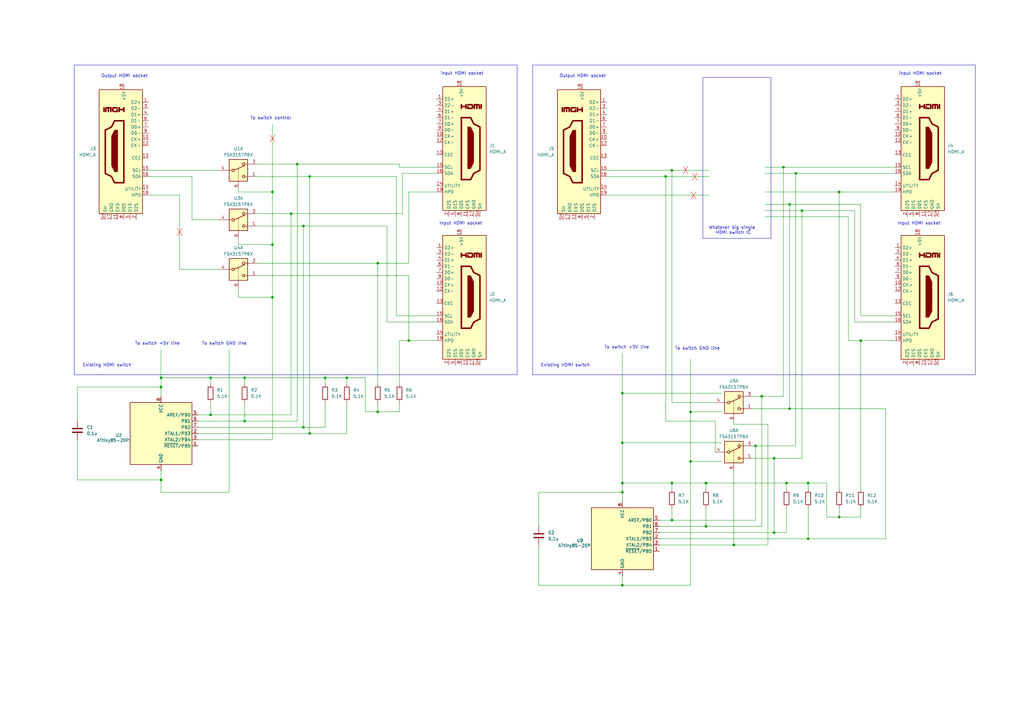
<source format=kicad_sch>
(kicad_sch (version 20231120) (generator "eeschema") (generator_version "8.0")
  (paper "A3")
  (lib_symbols
    (symbol "Analog_Switch:FSA3157P6X" (pin_names (offset 0.127))
      (property "Reference" "U" (at -3.175 7.493 0))
      (property "Value" "FSA3157P6X" (at -3.175 5.715 0))
      (symbol "FSA3157P6X_1_1"
        (rectangle (start -3.81 4.445) (end 3.81 -4.445) (stroke (width 0.254)) (fill (type background)))
        (circle (center -2.159 0) (radius 0.508) (stroke (width 0.254)))
        (polyline (pts (xy -5.08 0) (xy -2.794 0)))
        (polyline (pts (xy -1.651 0.127) (xy 2.54 1.905)) (stroke (width 0.254)))
        (polyline (pts (xy 0 -5.08) (xy 0 -4.572)))
        (polyline (pts (xy 0 -4.318) (xy 0 -4.064)))
        (polyline (pts (xy 0 -3.81) (xy 0 -3.556)))
        (polyline (pts (xy 0 -3.302) (xy 0 -3.048)))
        (polyline (pts (xy 0 -2.794) (xy 0 -2.54)))
        (polyline (pts (xy 0 -2.286) (xy 0 -2.032)))
        (polyline (pts (xy 0 -1.778) (xy 0 -1.524)))
        (polyline (pts (xy 0 -1.27) (xy 0 -1.016)))
        (polyline (pts (xy 0 -0.762) (xy 0 -0.508)))
        (polyline (pts (xy 0 -0.254) (xy 0 0)))
        (polyline (pts (xy 0 0.254) (xy 0 0.508)))
        (polyline (pts (xy 0 0.254) (xy 0 0.508)))
        (polyline (pts (xy 5.08 -2.54) (xy 2.794 -2.54)))
        (polyline (pts (xy 5.08 2.54) (xy 2.794 2.54)))
        (circle (center 2.159 -2.54) (radius 0.508) (stroke (width 0.254)))
        (circle (center 2.159 2.54) (radius 0.508) (stroke (width 0.254)))
        (pin passive line (at 7.62 -2.54 180) (length 2.54) (name "~") (number "1"))
        (pin passive line (at 7.62 2.54 180) (length 2.54) (name "~") (number "3"))
        (pin passive line (at -7.62 0 0) (length 2.54) (name "~") (number "4"))
        (pin input line (at 0 -7.62 90) (length 2.54) (name "~") (number "6"))
      )
      (symbol "FSA3157P6X_2_0"
        (pin power_in line (at 0 -12.7 90) (length 2.54) (name "GND") (number "2"))
        (pin power_in line (at 0 12.7 270) (length 2.54) (name "V+") (number "5"))
      )
      (symbol "FSA3157P6X_2_1"
        (rectangle (start -3.81 10.16) (end 3.81 -10.16) (stroke (width 0.254)) (fill (type background)))
      )
    )
    (symbol "Connector:HDMI_A"
      (property "Reference" "J" (at -6.35 26.67 0))
      (property "Value" "HDMI_A" (at 10.16 26.67 0))
      (symbol "HDMI_A_0_0"
        (polyline (pts (xy 8.128 16.51) (xy 8.128 18.034)) (stroke (width 0.635)))
        (polyline (pts (xy 0 16.51) (xy 0 18.034) (xy 0 17.272) (xy 1.905 17.272) (xy 1.905 18.034) (xy 1.905 16.51)) (stroke (width 0.635)))
        (polyline (pts (xy 2.667 18.034) (xy 4.318 18.034) (xy 4.572 17.78) (xy 4.572 16.764) (xy 4.318 16.51) (xy 2.667 16.51) (xy 2.667 17.272)) (stroke (width 0.635)))
      )
      (symbol "HDMI_A_0_1"
        (rectangle (start -7.62 25.4) (end 10.16 -25.4) (stroke (width 0.254)) (fill (type background)))
        (polyline (pts (xy 2.54 8.89) (xy 3.81 8.89) (xy 5.08 6.35) (xy 5.08 -5.715) (xy 3.81 -8.255) (xy 2.54 -8.255) (xy 2.54 8.89)) (fill (type outline)))
        (polyline (pts (xy 5.334 16.51) (xy 5.334 18.034) (xy 6.35 18.034) (xy 6.35 16.51) (xy 6.35 18.034) (xy 7.112 18.034) (xy 7.366 17.78) (xy 7.366 16.51)) (stroke (width 0.635)))
        (polyline (pts (xy 0 12.7) (xy 0 -12.7) (xy 3.81 -12.7) (xy 5.08 -10.16) (xy 7.62 -8.89) (xy 7.62 8.89) (xy 5.08 10.16) (xy 3.81 12.7) (xy 0 12.7)) (stroke (width 0.635)))
      )
      (symbol "HDMI_A_1_1"
        (pin passive line (at -10.16 20.32 0) (length 2.54) (name "D2+") (number "1"))
        (pin passive line (at -10.16 5.08 0) (length 2.54) (name "CK+") (number "10"))
        (pin power_in line (at 2.54 -27.94 90) (length 2.54) (name "CKS") (number "11"))
        (pin passive line (at -10.16 2.54 0) (length 2.54) (name "CK-") (number "12"))
        (pin bidirectional line (at -10.16 -2.54 0) (length 2.54) (name "CEC") (number "13"))
        (pin passive line (at -10.16 -15.24 0) (length 2.54) (name "UTILITY") (number "14"))
        (pin passive line (at -10.16 -7.62 0) (length 2.54) (name "SCL") (number "15"))
        (pin bidirectional line (at -10.16 -10.16 0) (length 2.54) (name "SDA") (number "16"))
        (pin power_in line (at 5.08 -27.94 90) (length 2.54) (name "GND") (number "17"))
        (pin power_in line (at 0 27.94 270) (length 2.54) (name "+5V") (number "18"))
        (pin passive line (at -10.16 -17.78 0) (length 2.54) (name "HPD") (number "19"))
        (pin power_in line (at -5.08 -27.94 90) (length 2.54) (name "D2S") (number "2"))
        (pin passive line (at -10.16 17.78 0) (length 2.54) (name "D2-") (number "3"))
        (pin passive line (at -10.16 15.24 0) (length 2.54) (name "D1+") (number "4"))
        (pin power_in line (at -2.54 -27.94 90) (length 2.54) (name "D1S") (number "5"))
        (pin passive line (at -10.16 12.7 0) (length 2.54) (name "D1-") (number "6"))
        (pin passive line (at -10.16 10.16 0) (length 2.54) (name "D0+") (number "7"))
        (pin power_in line (at 0 -27.94 90) (length 2.54) (name "D0S") (number "8"))
        (pin passive line (at -10.16 7.62 0) (length 2.54) (name "D0-") (number "9"))
        (pin passive line (at 7.62 -27.94 90) (length 2.54) (name "SH") (number "SH"))
      )
    )
    (symbol "Device:C" (pin_numbers hide) (pin_names (offset 0.254))
      (property "Reference" "C" (at 0.635 2.54 0))
      (property "Value" "C" (at 0.635 -2.54 0))
      (symbol "C_0_1"
        (polyline (pts (xy -2.032 -0.762) (xy 2.032 -0.762)) (stroke (width 0.508)))
        (polyline (pts (xy -2.032 0.762) (xy 2.032 0.762)) (stroke (width 0.508)))
      )
      (symbol "C_1_1"
        (pin passive line (at 0 3.81 270) (length 2.794) (name "~") (number "1"))
        (pin passive line (at 0 -3.81 90) (length 2.794) (name "~") (number "2"))
      )
    )
    (symbol "Device:R" (pin_numbers hide) (pin_names (offset 0))
      (property "Reference" "R" (at 2.032 0 90))
      (property "Value" "R" (at 0 0 90))
      (symbol "R_0_1"
        (rectangle (start -1.016 -2.54) (end 1.016 2.54) (stroke (width 0.254)))
      )
      (symbol "R_1_1"
        (pin passive line (at 0 3.81 270) (length 1.27) (name "~") (number "1"))
        (pin passive line (at 0 -3.81 90) (length 1.27) (name "~") (number "2"))
      )
    )
    (symbol "MCU_Microchip_ATtiny:ATtiny85-20P"
      (property "Reference" "U" (at -12.7 13.97 0))
      (property "Value" "ATtiny85-20P" (at 2.54 -13.97 0))
      (symbol "ATtiny85-20P_0_1"
        (rectangle (start -12.7 -12.7) (end 12.7 12.7) (stroke (width 0.254)) (fill (type background)))
      )
      (symbol "ATtiny85-20P_1_1"
        (pin bidirectional line (at 15.24 -5.08 180) (length 2.54) (name "~{RESET}/PB5") (number "1"))
        (pin bidirectional line (at 15.24 0 180) (length 2.54) (name "XTAL1/PB3") (number "2"))
        (pin bidirectional line (at 15.24 -2.54 180) (length 2.54) (name "XTAL2/PB4") (number "3"))
        (pin power_in line (at 0 -15.24 90) (length 2.54) (name "GND") (number "4"))
        (pin bidirectional line (at 15.24 7.62 180) (length 2.54) (name "AREF/PB0") (number "5"))
        (pin bidirectional line (at 15.24 5.08 180) (length 2.54) (name "PB1") (number "6"))
        (pin bidirectional line (at 15.24 2.54 180) (length 2.54) (name "PB2") (number "7"))
        (pin power_in line (at 0 15.24 270) (length 2.54) (name "VCC") (number "8"))
      )
    )
  )
  (junction (at 300.99 223.52))
  (junction (at 142.24 154.94))
  (junction (at 100.33 172.72))
  (junction (at 323.85 83.82))
  (junction (at 133.35 154.94))
  (junction (at 255.27 161.29))
  (junction (at 124.46 175.26))
  (junction (at 353.06 139.7))
  (junction (at 127 72.39))
  (junction (at 317.5 218.44))
  (junction (at 323.85 167.64))
  (junction (at 317.5 187.96))
  (junction (at 344.17 212.09))
  (junction (at 255.27 201.93))
  (junction (at 111.76 78.74))
  (junction (at 121.92 67.31))
  (junction (at 154.94 107.95))
  (junction (at 289.56 198.12))
  (junction (at 283.21 168.91))
  (junction (at 255.27 181.61))
  (junction (at 275.59 213.36))
  (junction (at 275.59 69.85))
  (junction (at 124.46 92.71))
  (junction (at 344.17 78.74))
  (junction (at 326.39 71.12))
  (junction (at 66.04 154.94))
  (junction (at 331.47 198.12))
  (junction (at 127 177.8))
  (junction (at 86.36 154.94))
  (junction (at 66.04 196.85))
  (junction (at 312.42 162.56))
  (junction (at 119.38 87.63))
  (junction (at 309.88 182.88))
  (junction (at 322.58 198.12))
  (junction (at 111.76 121.92))
  (junction (at 331.47 220.98))
  (junction (at 86.36 170.18))
  (junction (at 111.76 100.33))
  (junction (at 255.27 198.12))
  (junction (at 167.64 139.7))
  (junction (at 328.93 86.36))
  (junction (at 66.04 158.75))
  (junction (at 100.33 154.94))
  (junction (at 273.05 72.39))
  (junction (at 255.27 240.03))
  (junction (at 321.31 68.58))
  (junction (at 275.59 198.12))
  (junction (at 283.21 189.23))
  (junction (at 154.94 168.91))
  (junction (at 289.56 215.9))
  (wire (pts (xy 124.46 92.71) (xy 158.75 92.71)))
  (wire (pts (xy 270.51 218.44) (xy 317.5 218.44)))
  (wire (pts (xy 97.79 118.11) (xy 97.79 121.92)))
  (wire (pts (xy 127 177.8) (xy 127 72.39)))
  (wire (pts (xy 350.52 132.08) (xy 350.52 86.36)))
  (wire (pts (xy 313.69 88.9) (xy 347.98 88.9)))
  (wire (pts (xy 163.83 68.58) (xy 179.07 68.58)))
  (wire (pts (xy 100.33 154.94) (xy 100.33 157.48)))
  (wire (pts (xy 275.59 69.85) (xy 290.83 69.85)))
  (wire (pts (xy 270.51 220.98) (xy 331.47 220.98)))
  (wire (pts (xy 270.51 223.52) (xy 300.99 223.52)))
  (wire (pts (xy 66.04 154.94) (xy 86.36 154.94)))
  (wire (pts (xy 167.64 78.74) (xy 179.07 78.74)))
  (wire (pts (xy 158.75 132.08) (xy 179.07 132.08)))
  (wire (pts (xy 255.27 201.93) (xy 255.27 205.74)))
  (wire (pts (xy 321.31 68.58) (xy 367.03 68.58)))
  (wire (pts (xy 322.58 208.28) (xy 322.58 218.44)))
  (wire (pts (xy 328.93 86.36) (xy 350.52 86.36)))
  (wire (pts (xy 105.41 92.71) (xy 124.46 92.71)))
  (wire (pts (xy 163.83 157.48) (xy 163.83 139.7)))
  (wire (pts (xy 86.36 170.18) (xy 119.38 170.18)))
  (wire (pts (xy 353.06 139.7) (xy 367.03 139.7)))
  (wire (pts (xy 300.99 193.04) (xy 300.99 223.52)))
  (wire (pts (xy 66.04 158.75) (xy 66.04 162.56)))
  (wire (pts (xy 313.69 86.36) (xy 328.93 86.36)))
  (wire (pts (xy 60.96 69.85) (xy 90.17 69.85)))
  (wire (pts (xy 142.24 154.94) (xy 142.24 157.48)))
  (wire (pts (xy 220.98 215.9) (xy 220.98 201.93)))
  (wire (pts (xy 220.98 223.52) (xy 220.98 240.03)))
  (wire (pts (xy 326.39 182.88) (xy 326.39 71.12)))
  (wire (pts (xy 331.47 220.98) (xy 363.22 220.98)))
  (wire (pts (xy 308.61 167.64) (xy 323.85 167.64)))
  (wire (pts (xy 73.66 110.49) (xy 90.17 110.49)))
  (wire (pts (xy 317.5 218.44) (xy 322.58 218.44)))
  (wire (pts (xy 323.85 167.64) (xy 323.85 83.82)))
  (wire (pts (xy 363.22 167.64) (xy 323.85 167.64)))
  (wire (pts (xy 81.28 177.8) (xy 127 177.8)))
  (wire (pts (xy 312.42 162.56) (xy 321.31 162.56)))
  (wire (pts (xy 154.94 168.91) (xy 163.83 168.91)))
  (wire (pts (xy 344.17 78.74) (xy 344.17 200.66)))
  (wire (pts (xy 317.5 187.96) (xy 328.93 187.96)))
  (wire (pts (xy 289.56 215.9) (xy 312.42 215.9)))
  (wire (pts (xy 317.5 187.96) (xy 317.5 218.44)))
  (wire (pts (xy 255.27 161.29) (xy 295.91 161.29)))
  (wire (pts (xy 248.92 80.01) (xy 290.83 80.01)))
  (wire (pts (xy 275.59 165.1) (xy 293.37 165.1)))
  (wire (pts (xy 162.56 129.54) (xy 179.07 129.54)))
  (wire (pts (xy 309.88 182.88) (xy 326.39 182.88)))
  (wire (pts (xy 86.36 165.1) (xy 86.36 170.18)))
  (wire (pts (xy 322.58 198.12) (xy 331.47 198.12)))
  (wire (pts (xy 163.83 168.91) (xy 163.83 165.1)))
  (wire (pts (xy 363.22 220.98) (xy 363.22 167.64)))
  (wire (pts (xy 289.56 198.12) (xy 289.56 200.66)))
  (wire (pts (xy 142.24 177.8) (xy 127 177.8)))
  (wire (pts (xy 255.27 198.12) (xy 275.59 198.12)))
  (wire (pts (xy 31.75 180.34) (xy 31.75 196.85)))
  (wire (pts (xy 255.27 198.12) (xy 255.27 201.93)))
  (wire (pts (xy 283.21 168.91) (xy 283.21 189.23)))
  (wire (pts (xy 313.69 78.74) (xy 344.17 78.74)))
  (wire (pts (xy 133.35 154.94) (xy 133.35 157.48)))
  (wire (pts (xy 248.92 72.39) (xy 273.05 72.39)))
  (wire (pts (xy 167.64 107.95) (xy 167.64 78.74)))
  (wire (pts (xy 78.74 90.17) (xy 90.17 90.17)))
  (wire (pts (xy 31.75 158.75) (xy 66.04 158.75)))
  (wire (pts (xy 293.37 172.72) (xy 293.37 185.42)))
  (wire (pts (xy 312.42 162.56) (xy 312.42 215.9)))
  (wire (pts (xy 111.76 121.92) (xy 111.76 100.33)))
  (wire (pts (xy 165.1 87.63) (xy 165.1 71.12)))
  (wire (pts (xy 154.94 107.95) (xy 167.64 107.95)))
  (wire (pts (xy 353.06 200.66) (xy 353.06 139.7)))
  (wire (pts (xy 105.41 67.31) (xy 121.92 67.31)))
  (wire (pts (xy 78.74 72.39) (xy 78.74 90.17)))
  (wire (pts (xy 60.96 80.01) (xy 73.66 80.01)))
  (wire (pts (xy 66.04 154.94) (xy 66.04 158.75)))
  (wire (pts (xy 66.04 143.51) (xy 66.04 154.94)))
  (wire (pts (xy 270.51 213.36) (xy 275.59 213.36)))
  (wire (pts (xy 331.47 198.12) (xy 331.47 200.66)))
  (wire (pts (xy 124.46 175.26) (xy 124.46 92.71)))
  (wire (pts (xy 154.94 107.95) (xy 154.94 157.48)))
  (wire (pts (xy 347.98 139.7) (xy 347.98 88.9)))
  (wire (pts (xy 97.79 97.79) (xy 97.79 100.33)))
  (wire (pts (xy 105.41 107.95) (xy 154.94 107.95)))
  (wire (pts (xy 121.92 67.31) (xy 163.83 67.31)))
  (wire (pts (xy 313.69 83.82) (xy 323.85 83.82)))
  (wire (pts (xy 167.64 113.03) (xy 167.64 139.7)))
  (wire (pts (xy 344.17 212.09) (xy 353.06 212.09)))
  (wire (pts (xy 220.98 240.03) (xy 255.27 240.03)))
  (wire (pts (xy 300.99 223.52) (xy 314.96 223.52)))
  (wire (pts (xy 105.41 87.63) (xy 119.38 87.63)))
  (wire (pts (xy 100.33 154.94) (xy 133.35 154.94)))
  (wire (pts (xy 255.27 240.03) (xy 283.21 240.03)))
  (wire (pts (xy 273.05 72.39) (xy 290.83 72.39)))
  (wire (pts (xy 97.79 121.92) (xy 111.76 121.92)))
  (wire (pts (xy 31.75 196.85) (xy 66.04 196.85)))
  (wire (pts (xy 323.85 83.82) (xy 353.06 83.82)))
  (wire (pts (xy 273.05 172.72) (xy 293.37 172.72)))
  (wire (pts (xy 154.94 165.1) (xy 154.94 168.91)))
  (wire (pts (xy 60.96 72.39) (xy 78.74 72.39)))
  (wire (pts (xy 111.76 50.8) (xy 111.76 78.74)))
  (wire (pts (xy 275.59 198.12) (xy 289.56 198.12)))
  (wire (pts (xy 142.24 165.1) (xy 142.24 177.8)))
  (wire (pts (xy 133.35 154.94) (xy 142.24 154.94)))
  (wire (pts (xy 149.86 154.94) (xy 149.86 168.91)))
  (wire (pts (xy 308.61 182.88) (xy 309.88 182.88)))
  (wire (pts (xy 66.04 196.85) (xy 66.04 201.93)))
  (wire (pts (xy 275.59 69.85) (xy 275.59 165.1)))
  (wire (pts (xy 328.93 187.96) (xy 328.93 86.36)))
  (wire (pts (xy 326.39 71.12) (xy 313.69 71.12)))
  (wire (pts (xy 133.35 175.26) (xy 124.46 175.26)))
  (wire (pts (xy 97.79 77.47) (xy 97.79 78.74)))
  (wire (pts (xy 93.98 143.51) (xy 93.98 201.93)))
  (wire (pts (xy 309.88 213.36) (xy 309.88 182.88)))
  (wire (pts (xy 100.33 165.1) (xy 100.33 172.72)))
  (wire (pts (xy 255.27 181.61) (xy 255.27 198.12)))
  (wire (pts (xy 322.58 198.12) (xy 322.58 200.66)))
  (wire (pts (xy 344.17 208.28) (xy 344.17 212.09)))
  (wire (pts (xy 367.03 129.54) (xy 353.06 129.54)))
  (wire (pts (xy 308.61 162.56) (xy 312.42 162.56)))
  (wire (pts (xy 275.59 213.36) (xy 309.88 213.36)))
  (wire (pts (xy 149.86 168.91) (xy 154.94 168.91)))
  (wire (pts (xy 163.83 139.7) (xy 167.64 139.7)))
  (wire (pts (xy 248.92 69.85) (xy 275.59 69.85)))
  (wire (pts (xy 331.47 208.28) (xy 331.47 220.98)))
  (wire (pts (xy 111.76 180.34) (xy 111.76 121.92)))
  (wire (pts (xy 220.98 201.93) (xy 255.27 201.93)))
  (wire (pts (xy 283.21 189.23) (xy 295.91 189.23)))
  (wire (pts (xy 367.03 71.12) (xy 326.39 71.12)))
  (wire (pts (xy 314.96 173.99) (xy 314.96 223.52)))
  (wire (pts (xy 158.75 92.71) (xy 158.75 132.08)))
  (wire (pts (xy 81.28 175.26) (xy 124.46 175.26)))
  (wire (pts (xy 121.92 172.72) (xy 121.92 67.31)))
  (wire (pts (xy 105.41 72.39) (xy 127 72.39)))
  (wire (pts (xy 300.99 172.72) (xy 300.99 173.99)))
  (wire (pts (xy 313.69 68.58) (xy 321.31 68.58)))
  (wire (pts (xy 331.47 198.12) (xy 339.09 198.12)))
  (wire (pts (xy 162.56 72.39) (xy 162.56 129.54)))
  (wire (pts (xy 289.56 198.12) (xy 322.58 198.12)))
  (wire (pts (xy 289.56 208.28) (xy 289.56 215.9)))
  (wire (pts (xy 133.35 165.1) (xy 133.35 175.26)))
  (wire (pts (xy 339.09 212.09) (xy 344.17 212.09)))
  (wire (pts (xy 66.04 201.93) (xy 93.98 201.93)))
  (wire (pts (xy 275.59 198.12) (xy 275.59 200.66)))
  (wire (pts (xy 66.04 193.04) (xy 66.04 196.85)))
  (wire (pts (xy 255.27 144.78) (xy 255.27 161.29)))
  (wire (pts (xy 81.28 172.72) (xy 100.33 172.72)))
  (wire (pts (xy 167.64 139.7) (xy 179.07 139.7)))
  (wire (pts (xy 97.79 78.74) (xy 111.76 78.74)))
  (wire (pts (xy 119.38 87.63) (xy 165.1 87.63)))
  (wire (pts (xy 255.27 236.22) (xy 255.27 240.03)))
  (wire (pts (xy 353.06 129.54) (xy 353.06 83.82)))
  (wire (pts (xy 127 72.39) (xy 162.56 72.39)))
  (wire (pts (xy 119.38 170.18) (xy 119.38 87.63)))
  (wire (pts (xy 111.76 100.33) (xy 111.76 78.74)))
  (wire (pts (xy 367.03 132.08) (xy 350.52 132.08)))
  (wire (pts (xy 100.33 172.72) (xy 121.92 172.72)))
  (wire (pts (xy 339.09 198.12) (xy 339.09 212.09)))
  (wire (pts (xy 344.17 78.74) (xy 367.03 78.74)))
  (wire (pts (xy 165.1 71.12) (xy 179.07 71.12)))
  (wire (pts (xy 300.99 173.99) (xy 314.96 173.99)))
  (wire (pts (xy 86.36 154.94) (xy 100.33 154.94)))
  (wire (pts (xy 347.98 139.7) (xy 353.06 139.7)))
  (wire (pts (xy 283.21 147.32) (xy 283.21 168.91)))
  (wire (pts (xy 255.27 161.29) (xy 255.27 181.61)))
  (wire (pts (xy 105.41 113.03) (xy 167.64 113.03)))
  (wire (pts (xy 283.21 189.23) (xy 283.21 240.03)))
  (wire (pts (xy 275.59 208.28) (xy 275.59 213.36)))
  (wire (pts (xy 353.06 212.09) (xy 353.06 208.28)))
  (wire (pts (xy 308.61 187.96) (xy 317.5 187.96)))
  (wire (pts (xy 270.51 215.9) (xy 289.56 215.9)))
  (wire (pts (xy 31.75 172.72) (xy 31.75 158.75)))
  (wire (pts (xy 97.79 100.33) (xy 111.76 100.33)))
  (wire (pts (xy 255.27 181.61) (xy 295.91 181.61)))
  (wire (pts (xy 81.28 180.34) (xy 111.76 180.34)))
  (wire (pts (xy 142.24 154.94) (xy 149.86 154.94)))
  (wire (pts (xy 273.05 72.39) (xy 273.05 172.72)))
  (wire (pts (xy 321.31 162.56) (xy 321.31 68.58)))
  (wire (pts (xy 86.36 154.94) (xy 86.36 157.48)))
  (wire (pts (xy 163.83 67.31) (xy 163.83 68.58)))
  (wire (pts (xy 81.28 170.18) (xy 86.36 170.18)))
  (wire (pts (xy 73.66 80.01) (xy 73.66 110.49)))
  (wire (pts (xy 283.21 168.91) (xy 295.91 168.91)))
  (rectangle (start 30.48 26.67) (end 212.09 153.67))
  (rectangle (start 288.29 31.75) (end 316.23 97.79))
  (rectangle (start 218.44 26.67) (end 400.05 153.67))
  (text "input HDMI socket" (at 189.484 30.226 0) (effects (font (size 1.27 1.27))))
  (text "input HDMI socket" (at 377.444 30.226 0) (effects (font (size 1.27 1.27))))
  (text "X" (at 111.76 57.15 0) (effects (font (size 3 3))))
  (text "Output HDMI socket" (at 51.054 31.242 0) (effects (font (size 1.27 1.27))))
  (text "To switch control" (at 110.998 48.514 0) (effects (font (size 1.27 1.27))))
  (text "To switch GND line" (at 91.948 140.97 0) (effects (font (size 1.27 1.27))))
  (text "Whatever big single \nHDMI switch IC" (at 300.736 94.488 0) (effects (font (size 1.27 1.27))))
  (text "X" (at 284.48 80.518 0) (effects (font (size 3 3))))
  (text "To switch +5V line" (at 64.516 140.97 0) (effects (font (size 1.27 1.27))))
  (text "X" (at 284.988 72.898 0) (effects (font (size 3 3))))
  (text "Output HDMI socket" (at 239.014 31.242 0) (effects (font (size 1.27 1.27))))
  (text "To switch GND line" (at 286.004 143.002 0) (effects (font (size 1.27 1.27))))
  (text "To switch +5V line" (at 257.048 142.494 0) (effects (font (size 1.27 1.27))))
  (text "Existing HDMI switch" (at 231.902 149.86 0) (effects (font (size 1.27 1.27))))
  (text "Existing HDMI switch" (at 43.942 149.86 0) (effects (font (size 1.27 1.27))))
  (text "Input HDMI socket" (at 376.936 91.694 0) (effects (font (size 1.27 1.27))))
  (text "X" (at 281.178 70.104 0) (effects (font (size 3 3))))
  (text "Input HDMI socket" (at 188.976 91.694 0) (effects (font (size 1.27 1.27))))
  (text "X" (at 73.66 95.504 0) (effects (font (size 3 3))))
  (symbol (lib_id "Analog_Switch:FSA3157P6X") (at 97.79 110.49 0) (unit 1)
    (property "Reference" "U4" (at 97.79 101.6 0))
    (property "Value" "FSA3157P6X" (at 97.79 104.14 0))
    (property "Footprint" "Package_TO_SOT_SMD:SOT-363_SC-70-6" (effects (hide yes)))
    (property "Datasheet" "https://www.onsemi.com/pub/Collateral/NC7SB3157-D.PDF" (effects (hide yes)))
    (property "Description" "Single SPDT Low-Voltage Analog Switch or 2:1 Multiplexer/De-Multiplexer Bus Switch, 10Ohm Ron, SC-70-6" (effects (hide yes)))
  )
  (symbol (lib_id "Connector:HDMI_A") (at 377.19 121.92 0) (unit 1)
    (property "Reference" "J6" (at 388.62 120.6499 0) (effects (justify left)))
    (property "Value" "HDMI_A" (at 388.62 123.1899 0) (effects (justify left)))
    (property "Datasheet" "https://en.wikipedia.org/wiki/HDMI" (effects (hide yes)))
    (property "Description" "HDMI type A connector" (effects (hide yes)))
  )
  (symbol (lib_id "Connector:HDMI_A") (at 50.8 62.23 0) (mirror y) (unit 1)
    (property "Reference" "J3" (at 39.37 60.9599 0) (effects (justify left)))
    (property "Value" "HDMI_A" (at 39.37 63.4999 0) (effects (justify left)))
    (property "Datasheet" "https://en.wikipedia.org/wiki/HDMI" (effects (hide yes)))
    (property "Description" "HDMI type A connector" (effects (hide yes)))
  )
  (symbol (lib_id "Connector:HDMI_A") (at 377.19 60.96 0) (unit 1)
    (property "Reference" "J4" (at 388.62 59.6899 0) (effects (justify left)))
    (property "Value" "HDMI_A" (at 388.62 62.2299 0) (effects (justify left)))
    (property "Datasheet" "https://en.wikipedia.org/wiki/HDMI" (effects (hide yes)))
    (property "Description" "HDMI type A connector" (effects (hide yes)))
  )
  (symbol (lib_id "Device:R") (at 344.17 204.47 0) (unit 1)
    (property "Reference" "R11" (at 346.71 203.1999 0) (effects (justify left)))
    (property "Value" "5.1K" (at 346.71 205.7399 0) (effects (justify left)))
    (property "Description" "Resistor" (effects (hide yes)))
  )
  (symbol (lib_id "Analog_Switch:FSA3157P6X") (at 300.99 165.1 0) (unit 1)
    (property "Reference" "U5" (at 300.99 156.21 0))
    (property "Value" "FSA3157P6X" (at 300.99 158.75 0))
    (property "Footprint" "Package_TO_SOT_SMD:SOT-363_SC-70-6" (effects (hide yes)))
    (property "Datasheet" "https://www.onsemi.com/pub/Collateral/NC7SB3157-D.PDF" (effects (hide yes)))
    (property "Description" "Single SPDT Low-Voltage Analog Switch or 2:1 Multiplexer/De-Multiplexer Bus Switch, 10Ohm Ron, SC-70-6" (effects (hide yes)))
  )
  (symbol (lib_id "Analog_Switch:FSA3157P6X") (at 97.79 90.17 0) (unit 1)
    (property "Reference" "U3" (at 97.79 81.28 0))
    (property "Value" "FSA3157P6X" (at 97.79 83.82 0))
    (property "Footprint" "Package_TO_SOT_SMD:SOT-363_SC-70-6" (effects (hide yes)))
    (property "Datasheet" "https://www.onsemi.com/pub/Collateral/NC7SB3157-D.PDF" (effects (hide yes)))
    (property "Description" "Single SPDT Low-Voltage Analog Switch or 2:1 Multiplexer/De-Multiplexer Bus Switch, 10Ohm Ron, SC-70-6" (effects (hide yes)))
  )
  (symbol (lib_id "Device:R") (at 331.47 204.47 0) (unit 1)
    (property "Reference" "R10" (at 334.01 203.1999 0) (effects (justify left)))
    (property "Value" "5.1K" (at 334.01 205.7399 0) (effects (justify left)))
    (property "Description" "Resistor" (effects (hide yes)))
  )
  (symbol (lib_id "Device:R") (at 163.83 161.29 0) (unit 1)
    (property "Reference" "R6" (at 166.37 160.0199 0) (effects (justify left)))
    (property "Value" "5.1K" (at 166.37 162.5599 0) (effects (justify left)))
    (property "Description" "Resistor" (effects (hide yes)))
  )
  (symbol (lib_id "MCU_Microchip_ATtiny:ATtiny85-20P") (at 66.04 177.8 0) (unit 1)
    (property "Reference" "U2" (at 50.038 178.562 0) (effects (justify right)))
    (property "Value" "ATtiny85-20P" (at 53.086 180.594 0) (effects (justify right)))
    (property "Footprint" "Package_DIP:DIP-8_W7.62mm" (effects (hide yes)))
    (property "Datasheet" "http://ww1.microchip.com/downloads/en/DeviceDoc/atmel-2586-avr-8-bit-microcontroller-attiny25-attiny45-attiny85_datasheet.pdf" (effects (hide yes)))
    (property "Description" "20MHz, 8kB Flash, 512B SRAM, 512B EEPROM, debugWIRE, DIP-8" (effects (hide yes)))
  )
  (symbol (lib_id "Device:R") (at 289.56 204.47 0) (unit 1)
    (property "Reference" "R8" (at 292.1 203.1999 0) (effects (justify left)))
    (property "Value" "5.1K" (at 292.1 205.7399 0) (effects (justify left)))
    (property "Description" "Resistor" (effects (hide yes)))
  )
  (symbol (lib_id "Device:R") (at 133.35 161.29 0) (unit 1)
    (property "Reference" "R3" (at 135.89 160.0199 0) (effects (justify left)))
    (property "Value" "5.1K" (at 135.89 162.5599 0) (effects (justify left)))
    (property "Description" "Resistor" (effects (hide yes)))
  )
  (symbol (lib_id "Device:C") (at 220.98 219.71 0) (unit 1)
    (property "Reference" "C2" (at 224.79 218.4399 0) (effects (justify left)))
    (property "Value" "0.1u" (at 224.79 220.9799 0) (effects (justify left)))
    (property "Description" "Unpolarized capacitor" (effects (hide yes)))
  )
  (symbol (lib_id "MCU_Microchip_ATtiny:ATtiny85-20P") (at 255.27 220.98 0) (unit 1)
    (property "Reference" "U8" (at 239.268 221.742 0) (effects (justify right)))
    (property "Value" "ATtiny85-20P" (at 242.316 223.774 0) (effects (justify right)))
    (property "Footprint" "Package_DIP:DIP-8_W7.62mm" (effects (hide yes)))
    (property "Datasheet" "http://ww1.microchip.com/downloads/en/DeviceDoc/atmel-2586-avr-8-bit-microcontroller-attiny25-attiny45-attiny85_datasheet.pdf" (effects (hide yes)))
    (property "Description" "20MHz, 8kB Flash, 512B SRAM, 512B EEPROM, debugWIRE, DIP-8" (effects (hide yes)))
  )
  (symbol (lib_id "Connector:HDMI_A") (at 238.76 62.23 0) (mirror y) (unit 1)
    (property "Reference" "J5" (at 227.33 60.9599 0) (effects (justify left)))
    (property "Value" "HDMI_A" (at 227.33 63.4999 0) (effects (justify left)))
    (property "Datasheet" "https://en.wikipedia.org/wiki/HDMI" (effects (hide yes)))
    (property "Description" "HDMI type A connector" (effects (hide yes)))
  )
  (symbol (lib_id "Device:C") (at 31.75 176.53 0) (unit 1)
    (property "Reference" "C1" (at 35.56 175.2599 0) (effects (justify left)))
    (property "Value" "0.1u" (at 35.56 177.7999 0) (effects (justify left)))
    (property "Description" "Unpolarized capacitor" (effects (hide yes)))
  )
  (symbol (lib_id "Analog_Switch:FSA3157P6X") (at 97.79 69.85 0) (unit 1)
    (property "Reference" "U1" (at 97.79 60.96 0))
    (property "Value" "FSA3157P6X" (at 97.79 63.5 0))
    (property "Footprint" "Package_TO_SOT_SMD:SOT-363_SC-70-6" (effects (hide yes)))
    (property "Datasheet" "https://www.onsemi.com/pub/Collateral/NC7SB3157-D.PDF" (effects (hide yes)))
    (property "Description" "Single SPDT Low-Voltage Analog Switch or 2:1 Multiplexer/De-Multiplexer Bus Switch, 10Ohm Ron, SC-70-6" (effects (hide yes)))
  )
  (symbol (lib_id "Device:R") (at 142.24 161.29 0) (unit 1)
    (property "Reference" "R4" (at 144.78 160.0199 0) (effects (justify left)))
    (property "Value" "5.1K" (at 144.78 162.5599 0) (effects (justify left)))
    (property "Description" "Resistor" (effects (hide yes)))
  )
  (symbol (lib_id "Device:R") (at 154.94 161.29 0) (unit 1)
    (property "Reference" "R5" (at 157.48 160.0199 0) (effects (justify left)))
    (property "Value" "5.1K" (at 157.48 162.5599 0) (effects (justify left)))
    (property "Description" "Resistor" (effects (hide yes)))
  )
  (symbol (lib_id "Device:R") (at 86.36 161.29 0) (unit 1)
    (property "Reference" "R1" (at 88.9 160.0199 0) (effects (justify left)))
    (property "Value" "5.1K" (at 88.9 162.5599 0) (effects (justify left)))
    (property "Description" "Resistor" (effects (hide yes)))
  )
  (symbol (lib_id "Connector:HDMI_A") (at 189.23 121.92 0) (unit 1)
    (property "Reference" "J2" (at 200.66 120.6499 0) (effects (justify left)))
    (property "Value" "HDMI_A" (at 200.66 123.1899 0) (effects (justify left)))
    (property "Datasheet" "https://en.wikipedia.org/wiki/HDMI" (effects (hide yes)))
    (property "Description" "HDMI type A connector" (effects (hide yes)))
  )
  (symbol (lib_id "Device:R") (at 353.06 204.47 0) (unit 1)
    (property "Reference" "R12" (at 355.6 203.1999 0) (effects (justify left)))
    (property "Value" "5.1K" (at 355.6 205.7399 0) (effects (justify left)))
    (property "Description" "Resistor" (effects (hide yes)))
  )
  (symbol (lib_id "Analog_Switch:FSA3157P6X") (at 300.99 185.42 0) (unit 1)
    (property "Reference" "U6" (at 300.99 176.53 0))
    (property "Value" "FSA3157P6X" (at 300.99 179.07 0))
    (property "Footprint" "Package_TO_SOT_SMD:SOT-363_SC-70-6" (effects (hide yes)))
    (property "Datasheet" "https://www.onsemi.com/pub/Collateral/NC7SB3157-D.PDF" (effects (hide yes)))
    (property "Description" "Single SPDT Low-Voltage Analog Switch or 2:1 Multiplexer/De-Multiplexer Bus Switch, 10Ohm Ron, SC-70-6" (effects (hide yes)))
  )
  (symbol (lib_id "Device:R") (at 322.58 204.47 0) (unit 1)
    (property "Reference" "R9" (at 325.12 203.1999 0) (effects (justify left)))
    (property "Value" "5.1K" (at 325.12 205.7399 0) (effects (justify left)))
    (property "Description" "Resistor" (effects (hide yes)))
  )
  (symbol (lib_id "Device:R") (at 100.33 161.29 0) (unit 1)
    (property "Reference" "R2" (at 102.87 160.0199 0) (effects (justify left)))
    (property "Value" "5.1K" (at 102.87 162.5599 0) (effects (justify left)))
    (property "Description" "Resistor" (effects (hide yes)))
  )
  (symbol (lib_id "Connector:HDMI_A") (at 189.23 60.96 0) (unit 1)
    (property "Reference" "J1" (at 200.66 59.6899 0) (effects (justify left)))
    (property "Value" "HDMI_A" (at 200.66 62.2299 0) (effects (justify left)))
    (property "Datasheet" "https://en.wikipedia.org/wiki/HDMI" (effects (hide yes)))
    (property "Description" "HDMI type A connector" (effects (hide yes)))
  )
  (symbol (lib_id "Device:R") (at 275.59 204.47 0) (unit 1)
    (property "Reference" "R7" (at 278.13 203.1999 0) (effects (justify left)))
    (property "Value" "5.1K" (at 278.13 205.7399 0) (effects (justify left)))
    (property "Description" "Resistor" (effects (hide yes)))
  )
)
</source>
